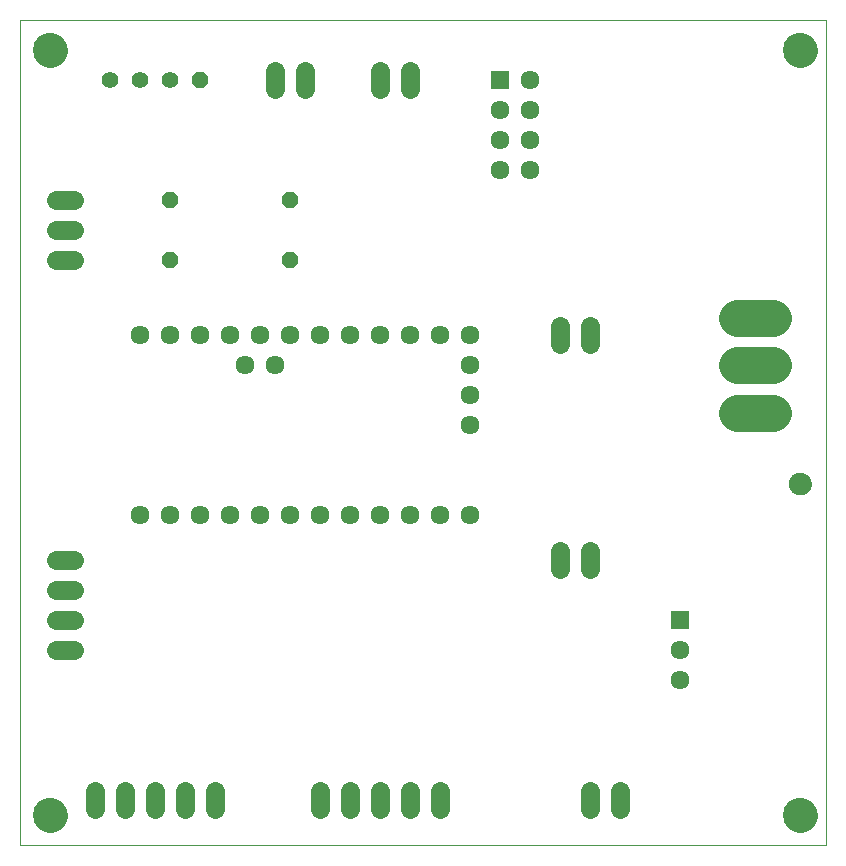
<source format=gbs>
G75*
%MOIN*%
%OFA0B0*%
%FSLAX25Y25*%
%IPPOS*%
%LPD*%
%AMOC8*
5,1,8,0,0,1.08239X$1,22.5*
%
%ADD10C,0.00000*%
%ADD11C,0.11424*%
%ADD12C,0.06400*%
%ADD13R,0.06337X0.06337*%
%ADD14C,0.06337*%
%ADD15OC8,0.05600*%
%ADD16C,0.07487*%
%ADD17OC8,0.05550*%
%ADD18C,0.05550*%
%ADD19C,0.12250*%
D10*
X0001800Y0001800D02*
X0001800Y0276761D01*
X0270501Y0276761D01*
X0270501Y0001800D01*
X0001800Y0001800D01*
X0006288Y0011800D02*
X0006290Y0011948D01*
X0006296Y0012096D01*
X0006306Y0012244D01*
X0006320Y0012391D01*
X0006338Y0012538D01*
X0006359Y0012684D01*
X0006385Y0012830D01*
X0006415Y0012975D01*
X0006448Y0013119D01*
X0006486Y0013262D01*
X0006527Y0013404D01*
X0006572Y0013545D01*
X0006620Y0013685D01*
X0006673Y0013824D01*
X0006729Y0013961D01*
X0006789Y0014096D01*
X0006852Y0014230D01*
X0006919Y0014362D01*
X0006990Y0014492D01*
X0007064Y0014620D01*
X0007141Y0014746D01*
X0007222Y0014870D01*
X0007306Y0014992D01*
X0007393Y0015111D01*
X0007484Y0015228D01*
X0007578Y0015343D01*
X0007674Y0015455D01*
X0007774Y0015565D01*
X0007876Y0015671D01*
X0007982Y0015775D01*
X0008090Y0015876D01*
X0008201Y0015974D01*
X0008314Y0016070D01*
X0008430Y0016162D01*
X0008548Y0016251D01*
X0008669Y0016336D01*
X0008792Y0016419D01*
X0008917Y0016498D01*
X0009044Y0016574D01*
X0009173Y0016646D01*
X0009304Y0016715D01*
X0009437Y0016780D01*
X0009572Y0016841D01*
X0009708Y0016899D01*
X0009845Y0016954D01*
X0009984Y0017004D01*
X0010125Y0017051D01*
X0010266Y0017094D01*
X0010409Y0017134D01*
X0010553Y0017169D01*
X0010697Y0017201D01*
X0010843Y0017228D01*
X0010989Y0017252D01*
X0011136Y0017272D01*
X0011283Y0017288D01*
X0011430Y0017300D01*
X0011578Y0017308D01*
X0011726Y0017312D01*
X0011874Y0017312D01*
X0012022Y0017308D01*
X0012170Y0017300D01*
X0012317Y0017288D01*
X0012464Y0017272D01*
X0012611Y0017252D01*
X0012757Y0017228D01*
X0012903Y0017201D01*
X0013047Y0017169D01*
X0013191Y0017134D01*
X0013334Y0017094D01*
X0013475Y0017051D01*
X0013616Y0017004D01*
X0013755Y0016954D01*
X0013892Y0016899D01*
X0014028Y0016841D01*
X0014163Y0016780D01*
X0014296Y0016715D01*
X0014427Y0016646D01*
X0014556Y0016574D01*
X0014683Y0016498D01*
X0014808Y0016419D01*
X0014931Y0016336D01*
X0015052Y0016251D01*
X0015170Y0016162D01*
X0015286Y0016070D01*
X0015399Y0015974D01*
X0015510Y0015876D01*
X0015618Y0015775D01*
X0015724Y0015671D01*
X0015826Y0015565D01*
X0015926Y0015455D01*
X0016022Y0015343D01*
X0016116Y0015228D01*
X0016207Y0015111D01*
X0016294Y0014992D01*
X0016378Y0014870D01*
X0016459Y0014746D01*
X0016536Y0014620D01*
X0016610Y0014492D01*
X0016681Y0014362D01*
X0016748Y0014230D01*
X0016811Y0014096D01*
X0016871Y0013961D01*
X0016927Y0013824D01*
X0016980Y0013685D01*
X0017028Y0013545D01*
X0017073Y0013404D01*
X0017114Y0013262D01*
X0017152Y0013119D01*
X0017185Y0012975D01*
X0017215Y0012830D01*
X0017241Y0012684D01*
X0017262Y0012538D01*
X0017280Y0012391D01*
X0017294Y0012244D01*
X0017304Y0012096D01*
X0017310Y0011948D01*
X0017312Y0011800D01*
X0017310Y0011652D01*
X0017304Y0011504D01*
X0017294Y0011356D01*
X0017280Y0011209D01*
X0017262Y0011062D01*
X0017241Y0010916D01*
X0017215Y0010770D01*
X0017185Y0010625D01*
X0017152Y0010481D01*
X0017114Y0010338D01*
X0017073Y0010196D01*
X0017028Y0010055D01*
X0016980Y0009915D01*
X0016927Y0009776D01*
X0016871Y0009639D01*
X0016811Y0009504D01*
X0016748Y0009370D01*
X0016681Y0009238D01*
X0016610Y0009108D01*
X0016536Y0008980D01*
X0016459Y0008854D01*
X0016378Y0008730D01*
X0016294Y0008608D01*
X0016207Y0008489D01*
X0016116Y0008372D01*
X0016022Y0008257D01*
X0015926Y0008145D01*
X0015826Y0008035D01*
X0015724Y0007929D01*
X0015618Y0007825D01*
X0015510Y0007724D01*
X0015399Y0007626D01*
X0015286Y0007530D01*
X0015170Y0007438D01*
X0015052Y0007349D01*
X0014931Y0007264D01*
X0014808Y0007181D01*
X0014683Y0007102D01*
X0014556Y0007026D01*
X0014427Y0006954D01*
X0014296Y0006885D01*
X0014163Y0006820D01*
X0014028Y0006759D01*
X0013892Y0006701D01*
X0013755Y0006646D01*
X0013616Y0006596D01*
X0013475Y0006549D01*
X0013334Y0006506D01*
X0013191Y0006466D01*
X0013047Y0006431D01*
X0012903Y0006399D01*
X0012757Y0006372D01*
X0012611Y0006348D01*
X0012464Y0006328D01*
X0012317Y0006312D01*
X0012170Y0006300D01*
X0012022Y0006292D01*
X0011874Y0006288D01*
X0011726Y0006288D01*
X0011578Y0006292D01*
X0011430Y0006300D01*
X0011283Y0006312D01*
X0011136Y0006328D01*
X0010989Y0006348D01*
X0010843Y0006372D01*
X0010697Y0006399D01*
X0010553Y0006431D01*
X0010409Y0006466D01*
X0010266Y0006506D01*
X0010125Y0006549D01*
X0009984Y0006596D01*
X0009845Y0006646D01*
X0009708Y0006701D01*
X0009572Y0006759D01*
X0009437Y0006820D01*
X0009304Y0006885D01*
X0009173Y0006954D01*
X0009044Y0007026D01*
X0008917Y0007102D01*
X0008792Y0007181D01*
X0008669Y0007264D01*
X0008548Y0007349D01*
X0008430Y0007438D01*
X0008314Y0007530D01*
X0008201Y0007626D01*
X0008090Y0007724D01*
X0007982Y0007825D01*
X0007876Y0007929D01*
X0007774Y0008035D01*
X0007674Y0008145D01*
X0007578Y0008257D01*
X0007484Y0008372D01*
X0007393Y0008489D01*
X0007306Y0008608D01*
X0007222Y0008730D01*
X0007141Y0008854D01*
X0007064Y0008980D01*
X0006990Y0009108D01*
X0006919Y0009238D01*
X0006852Y0009370D01*
X0006789Y0009504D01*
X0006729Y0009639D01*
X0006673Y0009776D01*
X0006620Y0009915D01*
X0006572Y0010055D01*
X0006527Y0010196D01*
X0006486Y0010338D01*
X0006448Y0010481D01*
X0006415Y0010625D01*
X0006385Y0010770D01*
X0006359Y0010916D01*
X0006338Y0011062D01*
X0006320Y0011209D01*
X0006306Y0011356D01*
X0006296Y0011504D01*
X0006290Y0011652D01*
X0006288Y0011800D01*
X0256288Y0011800D02*
X0256290Y0011948D01*
X0256296Y0012096D01*
X0256306Y0012244D01*
X0256320Y0012391D01*
X0256338Y0012538D01*
X0256359Y0012684D01*
X0256385Y0012830D01*
X0256415Y0012975D01*
X0256448Y0013119D01*
X0256486Y0013262D01*
X0256527Y0013404D01*
X0256572Y0013545D01*
X0256620Y0013685D01*
X0256673Y0013824D01*
X0256729Y0013961D01*
X0256789Y0014096D01*
X0256852Y0014230D01*
X0256919Y0014362D01*
X0256990Y0014492D01*
X0257064Y0014620D01*
X0257141Y0014746D01*
X0257222Y0014870D01*
X0257306Y0014992D01*
X0257393Y0015111D01*
X0257484Y0015228D01*
X0257578Y0015343D01*
X0257674Y0015455D01*
X0257774Y0015565D01*
X0257876Y0015671D01*
X0257982Y0015775D01*
X0258090Y0015876D01*
X0258201Y0015974D01*
X0258314Y0016070D01*
X0258430Y0016162D01*
X0258548Y0016251D01*
X0258669Y0016336D01*
X0258792Y0016419D01*
X0258917Y0016498D01*
X0259044Y0016574D01*
X0259173Y0016646D01*
X0259304Y0016715D01*
X0259437Y0016780D01*
X0259572Y0016841D01*
X0259708Y0016899D01*
X0259845Y0016954D01*
X0259984Y0017004D01*
X0260125Y0017051D01*
X0260266Y0017094D01*
X0260409Y0017134D01*
X0260553Y0017169D01*
X0260697Y0017201D01*
X0260843Y0017228D01*
X0260989Y0017252D01*
X0261136Y0017272D01*
X0261283Y0017288D01*
X0261430Y0017300D01*
X0261578Y0017308D01*
X0261726Y0017312D01*
X0261874Y0017312D01*
X0262022Y0017308D01*
X0262170Y0017300D01*
X0262317Y0017288D01*
X0262464Y0017272D01*
X0262611Y0017252D01*
X0262757Y0017228D01*
X0262903Y0017201D01*
X0263047Y0017169D01*
X0263191Y0017134D01*
X0263334Y0017094D01*
X0263475Y0017051D01*
X0263616Y0017004D01*
X0263755Y0016954D01*
X0263892Y0016899D01*
X0264028Y0016841D01*
X0264163Y0016780D01*
X0264296Y0016715D01*
X0264427Y0016646D01*
X0264556Y0016574D01*
X0264683Y0016498D01*
X0264808Y0016419D01*
X0264931Y0016336D01*
X0265052Y0016251D01*
X0265170Y0016162D01*
X0265286Y0016070D01*
X0265399Y0015974D01*
X0265510Y0015876D01*
X0265618Y0015775D01*
X0265724Y0015671D01*
X0265826Y0015565D01*
X0265926Y0015455D01*
X0266022Y0015343D01*
X0266116Y0015228D01*
X0266207Y0015111D01*
X0266294Y0014992D01*
X0266378Y0014870D01*
X0266459Y0014746D01*
X0266536Y0014620D01*
X0266610Y0014492D01*
X0266681Y0014362D01*
X0266748Y0014230D01*
X0266811Y0014096D01*
X0266871Y0013961D01*
X0266927Y0013824D01*
X0266980Y0013685D01*
X0267028Y0013545D01*
X0267073Y0013404D01*
X0267114Y0013262D01*
X0267152Y0013119D01*
X0267185Y0012975D01*
X0267215Y0012830D01*
X0267241Y0012684D01*
X0267262Y0012538D01*
X0267280Y0012391D01*
X0267294Y0012244D01*
X0267304Y0012096D01*
X0267310Y0011948D01*
X0267312Y0011800D01*
X0267310Y0011652D01*
X0267304Y0011504D01*
X0267294Y0011356D01*
X0267280Y0011209D01*
X0267262Y0011062D01*
X0267241Y0010916D01*
X0267215Y0010770D01*
X0267185Y0010625D01*
X0267152Y0010481D01*
X0267114Y0010338D01*
X0267073Y0010196D01*
X0267028Y0010055D01*
X0266980Y0009915D01*
X0266927Y0009776D01*
X0266871Y0009639D01*
X0266811Y0009504D01*
X0266748Y0009370D01*
X0266681Y0009238D01*
X0266610Y0009108D01*
X0266536Y0008980D01*
X0266459Y0008854D01*
X0266378Y0008730D01*
X0266294Y0008608D01*
X0266207Y0008489D01*
X0266116Y0008372D01*
X0266022Y0008257D01*
X0265926Y0008145D01*
X0265826Y0008035D01*
X0265724Y0007929D01*
X0265618Y0007825D01*
X0265510Y0007724D01*
X0265399Y0007626D01*
X0265286Y0007530D01*
X0265170Y0007438D01*
X0265052Y0007349D01*
X0264931Y0007264D01*
X0264808Y0007181D01*
X0264683Y0007102D01*
X0264556Y0007026D01*
X0264427Y0006954D01*
X0264296Y0006885D01*
X0264163Y0006820D01*
X0264028Y0006759D01*
X0263892Y0006701D01*
X0263755Y0006646D01*
X0263616Y0006596D01*
X0263475Y0006549D01*
X0263334Y0006506D01*
X0263191Y0006466D01*
X0263047Y0006431D01*
X0262903Y0006399D01*
X0262757Y0006372D01*
X0262611Y0006348D01*
X0262464Y0006328D01*
X0262317Y0006312D01*
X0262170Y0006300D01*
X0262022Y0006292D01*
X0261874Y0006288D01*
X0261726Y0006288D01*
X0261578Y0006292D01*
X0261430Y0006300D01*
X0261283Y0006312D01*
X0261136Y0006328D01*
X0260989Y0006348D01*
X0260843Y0006372D01*
X0260697Y0006399D01*
X0260553Y0006431D01*
X0260409Y0006466D01*
X0260266Y0006506D01*
X0260125Y0006549D01*
X0259984Y0006596D01*
X0259845Y0006646D01*
X0259708Y0006701D01*
X0259572Y0006759D01*
X0259437Y0006820D01*
X0259304Y0006885D01*
X0259173Y0006954D01*
X0259044Y0007026D01*
X0258917Y0007102D01*
X0258792Y0007181D01*
X0258669Y0007264D01*
X0258548Y0007349D01*
X0258430Y0007438D01*
X0258314Y0007530D01*
X0258201Y0007626D01*
X0258090Y0007724D01*
X0257982Y0007825D01*
X0257876Y0007929D01*
X0257774Y0008035D01*
X0257674Y0008145D01*
X0257578Y0008257D01*
X0257484Y0008372D01*
X0257393Y0008489D01*
X0257306Y0008608D01*
X0257222Y0008730D01*
X0257141Y0008854D01*
X0257064Y0008980D01*
X0256990Y0009108D01*
X0256919Y0009238D01*
X0256852Y0009370D01*
X0256789Y0009504D01*
X0256729Y0009639D01*
X0256673Y0009776D01*
X0256620Y0009915D01*
X0256572Y0010055D01*
X0256527Y0010196D01*
X0256486Y0010338D01*
X0256448Y0010481D01*
X0256415Y0010625D01*
X0256385Y0010770D01*
X0256359Y0010916D01*
X0256338Y0011062D01*
X0256320Y0011209D01*
X0256306Y0011356D01*
X0256296Y0011504D01*
X0256290Y0011652D01*
X0256288Y0011800D01*
X0258257Y0011288D02*
X0258259Y0011406D01*
X0258265Y0011525D01*
X0258275Y0011643D01*
X0258289Y0011760D01*
X0258306Y0011877D01*
X0258328Y0011994D01*
X0258354Y0012109D01*
X0258383Y0012224D01*
X0258416Y0012338D01*
X0258453Y0012450D01*
X0258494Y0012561D01*
X0258538Y0012671D01*
X0258586Y0012779D01*
X0258638Y0012886D01*
X0258693Y0012991D01*
X0258752Y0013094D01*
X0258814Y0013194D01*
X0258879Y0013293D01*
X0258948Y0013390D01*
X0259019Y0013484D01*
X0259094Y0013575D01*
X0259172Y0013665D01*
X0259253Y0013751D01*
X0259337Y0013835D01*
X0259423Y0013916D01*
X0259513Y0013994D01*
X0259604Y0014069D01*
X0259698Y0014140D01*
X0259795Y0014209D01*
X0259894Y0014274D01*
X0259994Y0014336D01*
X0260097Y0014395D01*
X0260202Y0014450D01*
X0260309Y0014502D01*
X0260417Y0014550D01*
X0260527Y0014594D01*
X0260638Y0014635D01*
X0260750Y0014672D01*
X0260864Y0014705D01*
X0260979Y0014734D01*
X0261094Y0014760D01*
X0261211Y0014782D01*
X0261328Y0014799D01*
X0261445Y0014813D01*
X0261563Y0014823D01*
X0261682Y0014829D01*
X0261800Y0014831D01*
X0261918Y0014829D01*
X0262037Y0014823D01*
X0262155Y0014813D01*
X0262272Y0014799D01*
X0262389Y0014782D01*
X0262506Y0014760D01*
X0262621Y0014734D01*
X0262736Y0014705D01*
X0262850Y0014672D01*
X0262962Y0014635D01*
X0263073Y0014594D01*
X0263183Y0014550D01*
X0263291Y0014502D01*
X0263398Y0014450D01*
X0263503Y0014395D01*
X0263606Y0014336D01*
X0263706Y0014274D01*
X0263805Y0014209D01*
X0263902Y0014140D01*
X0263996Y0014069D01*
X0264087Y0013994D01*
X0264177Y0013916D01*
X0264263Y0013835D01*
X0264347Y0013751D01*
X0264428Y0013665D01*
X0264506Y0013575D01*
X0264581Y0013484D01*
X0264652Y0013390D01*
X0264721Y0013293D01*
X0264786Y0013194D01*
X0264848Y0013094D01*
X0264907Y0012991D01*
X0264962Y0012886D01*
X0265014Y0012779D01*
X0265062Y0012671D01*
X0265106Y0012561D01*
X0265147Y0012450D01*
X0265184Y0012338D01*
X0265217Y0012224D01*
X0265246Y0012109D01*
X0265272Y0011994D01*
X0265294Y0011877D01*
X0265311Y0011760D01*
X0265325Y0011643D01*
X0265335Y0011525D01*
X0265341Y0011406D01*
X0265343Y0011288D01*
X0265341Y0011170D01*
X0265335Y0011051D01*
X0265325Y0010933D01*
X0265311Y0010816D01*
X0265294Y0010699D01*
X0265272Y0010582D01*
X0265246Y0010467D01*
X0265217Y0010352D01*
X0265184Y0010238D01*
X0265147Y0010126D01*
X0265106Y0010015D01*
X0265062Y0009905D01*
X0265014Y0009797D01*
X0264962Y0009690D01*
X0264907Y0009585D01*
X0264848Y0009482D01*
X0264786Y0009382D01*
X0264721Y0009283D01*
X0264652Y0009186D01*
X0264581Y0009092D01*
X0264506Y0009001D01*
X0264428Y0008911D01*
X0264347Y0008825D01*
X0264263Y0008741D01*
X0264177Y0008660D01*
X0264087Y0008582D01*
X0263996Y0008507D01*
X0263902Y0008436D01*
X0263805Y0008367D01*
X0263706Y0008302D01*
X0263606Y0008240D01*
X0263503Y0008181D01*
X0263398Y0008126D01*
X0263291Y0008074D01*
X0263183Y0008026D01*
X0263073Y0007982D01*
X0262962Y0007941D01*
X0262850Y0007904D01*
X0262736Y0007871D01*
X0262621Y0007842D01*
X0262506Y0007816D01*
X0262389Y0007794D01*
X0262272Y0007777D01*
X0262155Y0007763D01*
X0262037Y0007753D01*
X0261918Y0007747D01*
X0261800Y0007745D01*
X0261682Y0007747D01*
X0261563Y0007753D01*
X0261445Y0007763D01*
X0261328Y0007777D01*
X0261211Y0007794D01*
X0261094Y0007816D01*
X0260979Y0007842D01*
X0260864Y0007871D01*
X0260750Y0007904D01*
X0260638Y0007941D01*
X0260527Y0007982D01*
X0260417Y0008026D01*
X0260309Y0008074D01*
X0260202Y0008126D01*
X0260097Y0008181D01*
X0259994Y0008240D01*
X0259894Y0008302D01*
X0259795Y0008367D01*
X0259698Y0008436D01*
X0259604Y0008507D01*
X0259513Y0008582D01*
X0259423Y0008660D01*
X0259337Y0008741D01*
X0259253Y0008825D01*
X0259172Y0008911D01*
X0259094Y0009001D01*
X0259019Y0009092D01*
X0258948Y0009186D01*
X0258879Y0009283D01*
X0258814Y0009382D01*
X0258752Y0009482D01*
X0258693Y0009585D01*
X0258638Y0009690D01*
X0258586Y0009797D01*
X0258538Y0009905D01*
X0258494Y0010015D01*
X0258453Y0010126D01*
X0258416Y0010238D01*
X0258383Y0010352D01*
X0258354Y0010467D01*
X0258328Y0010582D01*
X0258306Y0010699D01*
X0258289Y0010816D01*
X0258275Y0010933D01*
X0258265Y0011051D01*
X0258259Y0011170D01*
X0258257Y0011288D01*
X0258257Y0122312D02*
X0258259Y0122430D01*
X0258265Y0122549D01*
X0258275Y0122667D01*
X0258289Y0122784D01*
X0258306Y0122901D01*
X0258328Y0123018D01*
X0258354Y0123133D01*
X0258383Y0123248D01*
X0258416Y0123362D01*
X0258453Y0123474D01*
X0258494Y0123585D01*
X0258538Y0123695D01*
X0258586Y0123803D01*
X0258638Y0123910D01*
X0258693Y0124015D01*
X0258752Y0124118D01*
X0258814Y0124218D01*
X0258879Y0124317D01*
X0258948Y0124414D01*
X0259019Y0124508D01*
X0259094Y0124599D01*
X0259172Y0124689D01*
X0259253Y0124775D01*
X0259337Y0124859D01*
X0259423Y0124940D01*
X0259513Y0125018D01*
X0259604Y0125093D01*
X0259698Y0125164D01*
X0259795Y0125233D01*
X0259894Y0125298D01*
X0259994Y0125360D01*
X0260097Y0125419D01*
X0260202Y0125474D01*
X0260309Y0125526D01*
X0260417Y0125574D01*
X0260527Y0125618D01*
X0260638Y0125659D01*
X0260750Y0125696D01*
X0260864Y0125729D01*
X0260979Y0125758D01*
X0261094Y0125784D01*
X0261211Y0125806D01*
X0261328Y0125823D01*
X0261445Y0125837D01*
X0261563Y0125847D01*
X0261682Y0125853D01*
X0261800Y0125855D01*
X0261918Y0125853D01*
X0262037Y0125847D01*
X0262155Y0125837D01*
X0262272Y0125823D01*
X0262389Y0125806D01*
X0262506Y0125784D01*
X0262621Y0125758D01*
X0262736Y0125729D01*
X0262850Y0125696D01*
X0262962Y0125659D01*
X0263073Y0125618D01*
X0263183Y0125574D01*
X0263291Y0125526D01*
X0263398Y0125474D01*
X0263503Y0125419D01*
X0263606Y0125360D01*
X0263706Y0125298D01*
X0263805Y0125233D01*
X0263902Y0125164D01*
X0263996Y0125093D01*
X0264087Y0125018D01*
X0264177Y0124940D01*
X0264263Y0124859D01*
X0264347Y0124775D01*
X0264428Y0124689D01*
X0264506Y0124599D01*
X0264581Y0124508D01*
X0264652Y0124414D01*
X0264721Y0124317D01*
X0264786Y0124218D01*
X0264848Y0124118D01*
X0264907Y0124015D01*
X0264962Y0123910D01*
X0265014Y0123803D01*
X0265062Y0123695D01*
X0265106Y0123585D01*
X0265147Y0123474D01*
X0265184Y0123362D01*
X0265217Y0123248D01*
X0265246Y0123133D01*
X0265272Y0123018D01*
X0265294Y0122901D01*
X0265311Y0122784D01*
X0265325Y0122667D01*
X0265335Y0122549D01*
X0265341Y0122430D01*
X0265343Y0122312D01*
X0265341Y0122194D01*
X0265335Y0122075D01*
X0265325Y0121957D01*
X0265311Y0121840D01*
X0265294Y0121723D01*
X0265272Y0121606D01*
X0265246Y0121491D01*
X0265217Y0121376D01*
X0265184Y0121262D01*
X0265147Y0121150D01*
X0265106Y0121039D01*
X0265062Y0120929D01*
X0265014Y0120821D01*
X0264962Y0120714D01*
X0264907Y0120609D01*
X0264848Y0120506D01*
X0264786Y0120406D01*
X0264721Y0120307D01*
X0264652Y0120210D01*
X0264581Y0120116D01*
X0264506Y0120025D01*
X0264428Y0119935D01*
X0264347Y0119849D01*
X0264263Y0119765D01*
X0264177Y0119684D01*
X0264087Y0119606D01*
X0263996Y0119531D01*
X0263902Y0119460D01*
X0263805Y0119391D01*
X0263706Y0119326D01*
X0263606Y0119264D01*
X0263503Y0119205D01*
X0263398Y0119150D01*
X0263291Y0119098D01*
X0263183Y0119050D01*
X0263073Y0119006D01*
X0262962Y0118965D01*
X0262850Y0118928D01*
X0262736Y0118895D01*
X0262621Y0118866D01*
X0262506Y0118840D01*
X0262389Y0118818D01*
X0262272Y0118801D01*
X0262155Y0118787D01*
X0262037Y0118777D01*
X0261918Y0118771D01*
X0261800Y0118769D01*
X0261682Y0118771D01*
X0261563Y0118777D01*
X0261445Y0118787D01*
X0261328Y0118801D01*
X0261211Y0118818D01*
X0261094Y0118840D01*
X0260979Y0118866D01*
X0260864Y0118895D01*
X0260750Y0118928D01*
X0260638Y0118965D01*
X0260527Y0119006D01*
X0260417Y0119050D01*
X0260309Y0119098D01*
X0260202Y0119150D01*
X0260097Y0119205D01*
X0259994Y0119264D01*
X0259894Y0119326D01*
X0259795Y0119391D01*
X0259698Y0119460D01*
X0259604Y0119531D01*
X0259513Y0119606D01*
X0259423Y0119684D01*
X0259337Y0119765D01*
X0259253Y0119849D01*
X0259172Y0119935D01*
X0259094Y0120025D01*
X0259019Y0120116D01*
X0258948Y0120210D01*
X0258879Y0120307D01*
X0258814Y0120406D01*
X0258752Y0120506D01*
X0258693Y0120609D01*
X0258638Y0120714D01*
X0258586Y0120821D01*
X0258538Y0120929D01*
X0258494Y0121039D01*
X0258453Y0121150D01*
X0258416Y0121262D01*
X0258383Y0121376D01*
X0258354Y0121491D01*
X0258328Y0121606D01*
X0258306Y0121723D01*
X0258289Y0121840D01*
X0258275Y0121957D01*
X0258265Y0122075D01*
X0258259Y0122194D01*
X0258257Y0122312D01*
X0256288Y0266800D02*
X0256290Y0266948D01*
X0256296Y0267096D01*
X0256306Y0267244D01*
X0256320Y0267391D01*
X0256338Y0267538D01*
X0256359Y0267684D01*
X0256385Y0267830D01*
X0256415Y0267975D01*
X0256448Y0268119D01*
X0256486Y0268262D01*
X0256527Y0268404D01*
X0256572Y0268545D01*
X0256620Y0268685D01*
X0256673Y0268824D01*
X0256729Y0268961D01*
X0256789Y0269096D01*
X0256852Y0269230D01*
X0256919Y0269362D01*
X0256990Y0269492D01*
X0257064Y0269620D01*
X0257141Y0269746D01*
X0257222Y0269870D01*
X0257306Y0269992D01*
X0257393Y0270111D01*
X0257484Y0270228D01*
X0257578Y0270343D01*
X0257674Y0270455D01*
X0257774Y0270565D01*
X0257876Y0270671D01*
X0257982Y0270775D01*
X0258090Y0270876D01*
X0258201Y0270974D01*
X0258314Y0271070D01*
X0258430Y0271162D01*
X0258548Y0271251D01*
X0258669Y0271336D01*
X0258792Y0271419D01*
X0258917Y0271498D01*
X0259044Y0271574D01*
X0259173Y0271646D01*
X0259304Y0271715D01*
X0259437Y0271780D01*
X0259572Y0271841D01*
X0259708Y0271899D01*
X0259845Y0271954D01*
X0259984Y0272004D01*
X0260125Y0272051D01*
X0260266Y0272094D01*
X0260409Y0272134D01*
X0260553Y0272169D01*
X0260697Y0272201D01*
X0260843Y0272228D01*
X0260989Y0272252D01*
X0261136Y0272272D01*
X0261283Y0272288D01*
X0261430Y0272300D01*
X0261578Y0272308D01*
X0261726Y0272312D01*
X0261874Y0272312D01*
X0262022Y0272308D01*
X0262170Y0272300D01*
X0262317Y0272288D01*
X0262464Y0272272D01*
X0262611Y0272252D01*
X0262757Y0272228D01*
X0262903Y0272201D01*
X0263047Y0272169D01*
X0263191Y0272134D01*
X0263334Y0272094D01*
X0263475Y0272051D01*
X0263616Y0272004D01*
X0263755Y0271954D01*
X0263892Y0271899D01*
X0264028Y0271841D01*
X0264163Y0271780D01*
X0264296Y0271715D01*
X0264427Y0271646D01*
X0264556Y0271574D01*
X0264683Y0271498D01*
X0264808Y0271419D01*
X0264931Y0271336D01*
X0265052Y0271251D01*
X0265170Y0271162D01*
X0265286Y0271070D01*
X0265399Y0270974D01*
X0265510Y0270876D01*
X0265618Y0270775D01*
X0265724Y0270671D01*
X0265826Y0270565D01*
X0265926Y0270455D01*
X0266022Y0270343D01*
X0266116Y0270228D01*
X0266207Y0270111D01*
X0266294Y0269992D01*
X0266378Y0269870D01*
X0266459Y0269746D01*
X0266536Y0269620D01*
X0266610Y0269492D01*
X0266681Y0269362D01*
X0266748Y0269230D01*
X0266811Y0269096D01*
X0266871Y0268961D01*
X0266927Y0268824D01*
X0266980Y0268685D01*
X0267028Y0268545D01*
X0267073Y0268404D01*
X0267114Y0268262D01*
X0267152Y0268119D01*
X0267185Y0267975D01*
X0267215Y0267830D01*
X0267241Y0267684D01*
X0267262Y0267538D01*
X0267280Y0267391D01*
X0267294Y0267244D01*
X0267304Y0267096D01*
X0267310Y0266948D01*
X0267312Y0266800D01*
X0267310Y0266652D01*
X0267304Y0266504D01*
X0267294Y0266356D01*
X0267280Y0266209D01*
X0267262Y0266062D01*
X0267241Y0265916D01*
X0267215Y0265770D01*
X0267185Y0265625D01*
X0267152Y0265481D01*
X0267114Y0265338D01*
X0267073Y0265196D01*
X0267028Y0265055D01*
X0266980Y0264915D01*
X0266927Y0264776D01*
X0266871Y0264639D01*
X0266811Y0264504D01*
X0266748Y0264370D01*
X0266681Y0264238D01*
X0266610Y0264108D01*
X0266536Y0263980D01*
X0266459Y0263854D01*
X0266378Y0263730D01*
X0266294Y0263608D01*
X0266207Y0263489D01*
X0266116Y0263372D01*
X0266022Y0263257D01*
X0265926Y0263145D01*
X0265826Y0263035D01*
X0265724Y0262929D01*
X0265618Y0262825D01*
X0265510Y0262724D01*
X0265399Y0262626D01*
X0265286Y0262530D01*
X0265170Y0262438D01*
X0265052Y0262349D01*
X0264931Y0262264D01*
X0264808Y0262181D01*
X0264683Y0262102D01*
X0264556Y0262026D01*
X0264427Y0261954D01*
X0264296Y0261885D01*
X0264163Y0261820D01*
X0264028Y0261759D01*
X0263892Y0261701D01*
X0263755Y0261646D01*
X0263616Y0261596D01*
X0263475Y0261549D01*
X0263334Y0261506D01*
X0263191Y0261466D01*
X0263047Y0261431D01*
X0262903Y0261399D01*
X0262757Y0261372D01*
X0262611Y0261348D01*
X0262464Y0261328D01*
X0262317Y0261312D01*
X0262170Y0261300D01*
X0262022Y0261292D01*
X0261874Y0261288D01*
X0261726Y0261288D01*
X0261578Y0261292D01*
X0261430Y0261300D01*
X0261283Y0261312D01*
X0261136Y0261328D01*
X0260989Y0261348D01*
X0260843Y0261372D01*
X0260697Y0261399D01*
X0260553Y0261431D01*
X0260409Y0261466D01*
X0260266Y0261506D01*
X0260125Y0261549D01*
X0259984Y0261596D01*
X0259845Y0261646D01*
X0259708Y0261701D01*
X0259572Y0261759D01*
X0259437Y0261820D01*
X0259304Y0261885D01*
X0259173Y0261954D01*
X0259044Y0262026D01*
X0258917Y0262102D01*
X0258792Y0262181D01*
X0258669Y0262264D01*
X0258548Y0262349D01*
X0258430Y0262438D01*
X0258314Y0262530D01*
X0258201Y0262626D01*
X0258090Y0262724D01*
X0257982Y0262825D01*
X0257876Y0262929D01*
X0257774Y0263035D01*
X0257674Y0263145D01*
X0257578Y0263257D01*
X0257484Y0263372D01*
X0257393Y0263489D01*
X0257306Y0263608D01*
X0257222Y0263730D01*
X0257141Y0263854D01*
X0257064Y0263980D01*
X0256990Y0264108D01*
X0256919Y0264238D01*
X0256852Y0264370D01*
X0256789Y0264504D01*
X0256729Y0264639D01*
X0256673Y0264776D01*
X0256620Y0264915D01*
X0256572Y0265055D01*
X0256527Y0265196D01*
X0256486Y0265338D01*
X0256448Y0265481D01*
X0256415Y0265625D01*
X0256385Y0265770D01*
X0256359Y0265916D01*
X0256338Y0266062D01*
X0256320Y0266209D01*
X0256306Y0266356D01*
X0256296Y0266504D01*
X0256290Y0266652D01*
X0256288Y0266800D01*
X0006288Y0266800D02*
X0006290Y0266948D01*
X0006296Y0267096D01*
X0006306Y0267244D01*
X0006320Y0267391D01*
X0006338Y0267538D01*
X0006359Y0267684D01*
X0006385Y0267830D01*
X0006415Y0267975D01*
X0006448Y0268119D01*
X0006486Y0268262D01*
X0006527Y0268404D01*
X0006572Y0268545D01*
X0006620Y0268685D01*
X0006673Y0268824D01*
X0006729Y0268961D01*
X0006789Y0269096D01*
X0006852Y0269230D01*
X0006919Y0269362D01*
X0006990Y0269492D01*
X0007064Y0269620D01*
X0007141Y0269746D01*
X0007222Y0269870D01*
X0007306Y0269992D01*
X0007393Y0270111D01*
X0007484Y0270228D01*
X0007578Y0270343D01*
X0007674Y0270455D01*
X0007774Y0270565D01*
X0007876Y0270671D01*
X0007982Y0270775D01*
X0008090Y0270876D01*
X0008201Y0270974D01*
X0008314Y0271070D01*
X0008430Y0271162D01*
X0008548Y0271251D01*
X0008669Y0271336D01*
X0008792Y0271419D01*
X0008917Y0271498D01*
X0009044Y0271574D01*
X0009173Y0271646D01*
X0009304Y0271715D01*
X0009437Y0271780D01*
X0009572Y0271841D01*
X0009708Y0271899D01*
X0009845Y0271954D01*
X0009984Y0272004D01*
X0010125Y0272051D01*
X0010266Y0272094D01*
X0010409Y0272134D01*
X0010553Y0272169D01*
X0010697Y0272201D01*
X0010843Y0272228D01*
X0010989Y0272252D01*
X0011136Y0272272D01*
X0011283Y0272288D01*
X0011430Y0272300D01*
X0011578Y0272308D01*
X0011726Y0272312D01*
X0011874Y0272312D01*
X0012022Y0272308D01*
X0012170Y0272300D01*
X0012317Y0272288D01*
X0012464Y0272272D01*
X0012611Y0272252D01*
X0012757Y0272228D01*
X0012903Y0272201D01*
X0013047Y0272169D01*
X0013191Y0272134D01*
X0013334Y0272094D01*
X0013475Y0272051D01*
X0013616Y0272004D01*
X0013755Y0271954D01*
X0013892Y0271899D01*
X0014028Y0271841D01*
X0014163Y0271780D01*
X0014296Y0271715D01*
X0014427Y0271646D01*
X0014556Y0271574D01*
X0014683Y0271498D01*
X0014808Y0271419D01*
X0014931Y0271336D01*
X0015052Y0271251D01*
X0015170Y0271162D01*
X0015286Y0271070D01*
X0015399Y0270974D01*
X0015510Y0270876D01*
X0015618Y0270775D01*
X0015724Y0270671D01*
X0015826Y0270565D01*
X0015926Y0270455D01*
X0016022Y0270343D01*
X0016116Y0270228D01*
X0016207Y0270111D01*
X0016294Y0269992D01*
X0016378Y0269870D01*
X0016459Y0269746D01*
X0016536Y0269620D01*
X0016610Y0269492D01*
X0016681Y0269362D01*
X0016748Y0269230D01*
X0016811Y0269096D01*
X0016871Y0268961D01*
X0016927Y0268824D01*
X0016980Y0268685D01*
X0017028Y0268545D01*
X0017073Y0268404D01*
X0017114Y0268262D01*
X0017152Y0268119D01*
X0017185Y0267975D01*
X0017215Y0267830D01*
X0017241Y0267684D01*
X0017262Y0267538D01*
X0017280Y0267391D01*
X0017294Y0267244D01*
X0017304Y0267096D01*
X0017310Y0266948D01*
X0017312Y0266800D01*
X0017310Y0266652D01*
X0017304Y0266504D01*
X0017294Y0266356D01*
X0017280Y0266209D01*
X0017262Y0266062D01*
X0017241Y0265916D01*
X0017215Y0265770D01*
X0017185Y0265625D01*
X0017152Y0265481D01*
X0017114Y0265338D01*
X0017073Y0265196D01*
X0017028Y0265055D01*
X0016980Y0264915D01*
X0016927Y0264776D01*
X0016871Y0264639D01*
X0016811Y0264504D01*
X0016748Y0264370D01*
X0016681Y0264238D01*
X0016610Y0264108D01*
X0016536Y0263980D01*
X0016459Y0263854D01*
X0016378Y0263730D01*
X0016294Y0263608D01*
X0016207Y0263489D01*
X0016116Y0263372D01*
X0016022Y0263257D01*
X0015926Y0263145D01*
X0015826Y0263035D01*
X0015724Y0262929D01*
X0015618Y0262825D01*
X0015510Y0262724D01*
X0015399Y0262626D01*
X0015286Y0262530D01*
X0015170Y0262438D01*
X0015052Y0262349D01*
X0014931Y0262264D01*
X0014808Y0262181D01*
X0014683Y0262102D01*
X0014556Y0262026D01*
X0014427Y0261954D01*
X0014296Y0261885D01*
X0014163Y0261820D01*
X0014028Y0261759D01*
X0013892Y0261701D01*
X0013755Y0261646D01*
X0013616Y0261596D01*
X0013475Y0261549D01*
X0013334Y0261506D01*
X0013191Y0261466D01*
X0013047Y0261431D01*
X0012903Y0261399D01*
X0012757Y0261372D01*
X0012611Y0261348D01*
X0012464Y0261328D01*
X0012317Y0261312D01*
X0012170Y0261300D01*
X0012022Y0261292D01*
X0011874Y0261288D01*
X0011726Y0261288D01*
X0011578Y0261292D01*
X0011430Y0261300D01*
X0011283Y0261312D01*
X0011136Y0261328D01*
X0010989Y0261348D01*
X0010843Y0261372D01*
X0010697Y0261399D01*
X0010553Y0261431D01*
X0010409Y0261466D01*
X0010266Y0261506D01*
X0010125Y0261549D01*
X0009984Y0261596D01*
X0009845Y0261646D01*
X0009708Y0261701D01*
X0009572Y0261759D01*
X0009437Y0261820D01*
X0009304Y0261885D01*
X0009173Y0261954D01*
X0009044Y0262026D01*
X0008917Y0262102D01*
X0008792Y0262181D01*
X0008669Y0262264D01*
X0008548Y0262349D01*
X0008430Y0262438D01*
X0008314Y0262530D01*
X0008201Y0262626D01*
X0008090Y0262724D01*
X0007982Y0262825D01*
X0007876Y0262929D01*
X0007774Y0263035D01*
X0007674Y0263145D01*
X0007578Y0263257D01*
X0007484Y0263372D01*
X0007393Y0263489D01*
X0007306Y0263608D01*
X0007222Y0263730D01*
X0007141Y0263854D01*
X0007064Y0263980D01*
X0006990Y0264108D01*
X0006919Y0264238D01*
X0006852Y0264370D01*
X0006789Y0264504D01*
X0006729Y0264639D01*
X0006673Y0264776D01*
X0006620Y0264915D01*
X0006572Y0265055D01*
X0006527Y0265196D01*
X0006486Y0265338D01*
X0006448Y0265481D01*
X0006415Y0265625D01*
X0006385Y0265770D01*
X0006359Y0265916D01*
X0006338Y0266062D01*
X0006320Y0266209D01*
X0006306Y0266356D01*
X0006296Y0266504D01*
X0006290Y0266652D01*
X0006288Y0266800D01*
D11*
X0011800Y0266800D03*
X0261800Y0266800D03*
X0261800Y0011800D03*
X0011800Y0011800D03*
D12*
X0026800Y0013800D02*
X0026800Y0019800D01*
X0036800Y0019800D02*
X0036800Y0013800D01*
X0046800Y0013800D02*
X0046800Y0019800D01*
X0056800Y0019800D02*
X0056800Y0013800D01*
X0066800Y0013800D02*
X0066800Y0019800D01*
X0101800Y0019800D02*
X0101800Y0013800D01*
X0111800Y0013800D02*
X0111800Y0019800D01*
X0121800Y0019800D02*
X0121800Y0013800D01*
X0131800Y0013800D02*
X0131800Y0019800D01*
X0141800Y0019800D02*
X0141800Y0013800D01*
X0191800Y0013800D02*
X0191800Y0019800D01*
X0201800Y0019800D02*
X0201800Y0013800D01*
X0191800Y0093800D02*
X0191800Y0099800D01*
X0181800Y0099800D02*
X0181800Y0093800D01*
X0181800Y0168800D02*
X0181800Y0174800D01*
X0191800Y0174800D02*
X0191800Y0168800D01*
X0131800Y0253800D02*
X0131800Y0259800D01*
X0121800Y0259800D02*
X0121800Y0253800D01*
X0096800Y0253800D02*
X0096800Y0259800D01*
X0086800Y0259800D02*
X0086800Y0253800D01*
X0019800Y0216800D02*
X0013800Y0216800D01*
X0013800Y0206800D02*
X0019800Y0206800D01*
X0019800Y0196800D02*
X0013800Y0196800D01*
X0013800Y0096800D02*
X0019800Y0096800D01*
X0019800Y0086800D02*
X0013800Y0086800D01*
X0013800Y0076800D02*
X0019800Y0076800D01*
X0019800Y0066800D02*
X0013800Y0066800D01*
D13*
X0221800Y0076800D03*
X0161800Y0256800D03*
D14*
X0171800Y0256800D03*
X0171800Y0246800D03*
X0161800Y0246800D03*
X0161800Y0236800D03*
X0161800Y0226800D03*
X0171800Y0226800D03*
X0171800Y0236800D03*
X0151800Y0171800D03*
X0151800Y0161800D03*
X0141800Y0171800D03*
X0131800Y0171800D03*
X0121800Y0171800D03*
X0111800Y0171800D03*
X0101800Y0171800D03*
X0091800Y0171800D03*
X0081800Y0171800D03*
X0071800Y0171800D03*
X0076800Y0161800D03*
X0086800Y0161800D03*
X0061800Y0171800D03*
X0051800Y0171800D03*
X0041800Y0171800D03*
X0041800Y0111800D03*
X0051800Y0111800D03*
X0061800Y0111800D03*
X0071800Y0111800D03*
X0081800Y0111800D03*
X0091800Y0111800D03*
X0101800Y0111800D03*
X0111800Y0111800D03*
X0121800Y0111800D03*
X0131800Y0111800D03*
X0141800Y0111800D03*
X0151800Y0111800D03*
X0151800Y0141800D03*
X0151800Y0151800D03*
X0221800Y0066800D03*
X0221800Y0056800D03*
D15*
X0091800Y0196800D03*
X0091800Y0216800D03*
X0051800Y0216800D03*
X0051800Y0196800D03*
D16*
X0261800Y0122312D03*
X0261800Y0011288D03*
D17*
X0061800Y0256800D03*
D18*
X0051800Y0256800D03*
X0041800Y0256800D03*
X0031800Y0256800D03*
D19*
X0240875Y0177600D02*
X0252725Y0177600D01*
X0252725Y0161800D02*
X0240875Y0161800D01*
X0240875Y0146000D02*
X0252725Y0146000D01*
M02*

</source>
